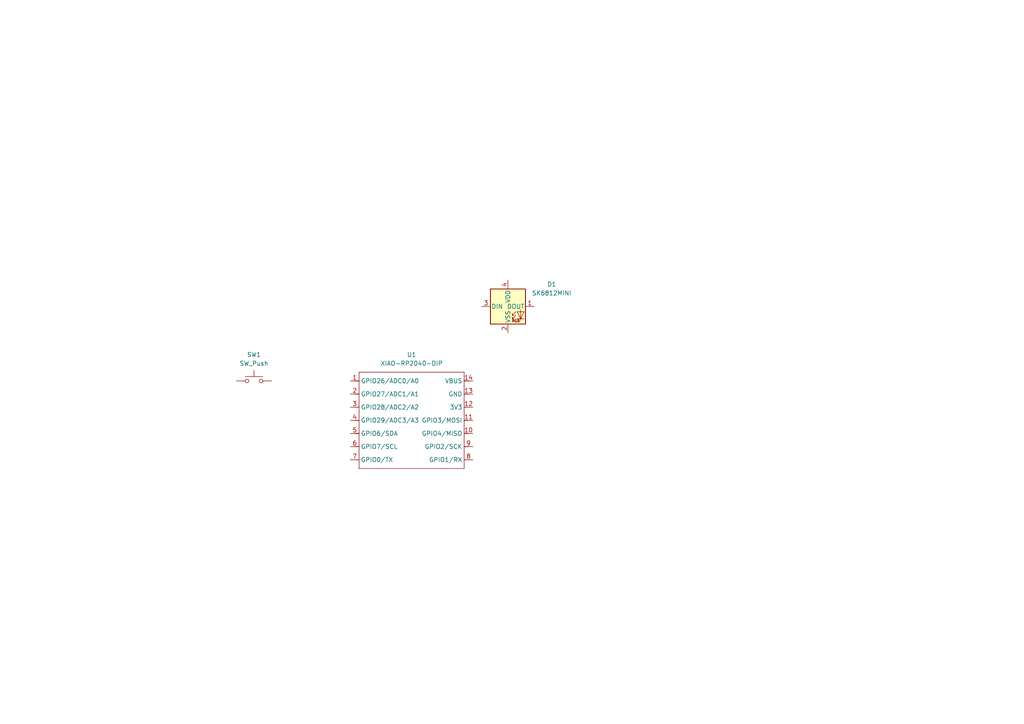
<source format=kicad_sch>
(kicad_sch (version 20250114) (generator "eeschema") (generator_version "9.0")
  (paper "A4")
  (lib_symbols
    (symbol "LED:SK6812MINI" (pin_names (offset 0.254))
      (property "Reference" "D" (at 5.08 5.715 0))
      (property "Value" "SK6812MINI" (at 1.27 -5.715 0))
      (symbol "SK6812MINI_0_0"
        (text "RGB" (at 2.286 -4.191 0) (effects (font (size 0.762 0.762))))
      )
      (symbol "SK6812MINI_0_1"
        (polyline (pts (xy 1.27 -2.54) (xy 1.778 -2.54)))
        (polyline (pts (xy 1.27 -3.556) (xy 1.778 -3.556)))
        (polyline (pts (xy 2.286 -1.524) (xy 1.27 -2.54) (xy 1.27 -2.032)))
        (polyline (pts (xy 2.286 -2.54) (xy 1.27 -3.556) (xy 1.27 -3.048)))
        (polyline (pts (xy 3.683 -1.016) (xy 3.683 -3.556) (xy 3.683 -4.064)))
        (polyline (pts (xy 4.699 -1.524) (xy 2.667 -1.524) (xy 3.683 -3.556) (xy 4.699 -1.524)))
        (polyline (pts (xy 4.699 -3.556) (xy 2.667 -3.556)))
        (rectangle (start 5.08 5.08) (end -5.08 -5.08) (stroke (width 0.254)) (fill (type background)))
      )
      (symbol "SK6812MINI_1_1"
        (pin input line (at -7.62 0 0) (length 2.54) (name "DIN") (number "3"))
        (pin power_in line (at 0 7.62 270) (length 2.54) (name "VDD") (number "4"))
        (pin power_in line (at 0 -7.62 90) (length 2.54) (name "VSS") (number "2"))
        (pin output line (at 7.62 0 180) (length 2.54) (name "DOUT") (number "1"))
      )
    )
    (symbol "OPL:XIAO-RP2040-DIP"
      (property "Reference" "U" (at 0 0 0))
      (property "Value" "XIAO-RP2040-DIP" (at 5.334 -1.778 0))
      (symbol "XIAO-RP2040-DIP_1_0"
        (polyline (pts (xy -1.27 -2.54) (xy 29.21 -2.54)) (stroke (width 0.1524)))
        (polyline (pts (xy -1.27 -5.08) (xy -2.54 -5.08)) (stroke (width 0.1524)))
        (polyline (pts (xy -1.27 -5.08) (xy -1.27 -2.54)) (stroke (width 0.1524)))
        (polyline (pts (xy -1.27 -8.89) (xy -2.54 -8.89)) (stroke (width 0.1524)))
        (polyline (pts (xy -1.27 -8.89) (xy -1.27 -5.08)) (stroke (width 0.1524)))
        (polyline (pts (xy -1.27 -12.7) (xy -2.54 -12.7)) (stroke (width 0.1524)))
        (polyline (pts (xy -1.27 -12.7) (xy -1.27 -8.89)) (stroke (width 0.1524)))
        (polyline (pts (xy -1.27 -16.51) (xy -2.54 -16.51)) (stroke (width 0.1524)))
        (polyline (pts (xy -1.27 -16.51) (xy -1.27 -12.7)) (stroke (width 0.1524)))
        (polyline (pts (xy -1.27 -20.32) (xy -2.54 -20.32)) (stroke (width 0.1524)))
        (polyline (pts (xy -1.27 -24.13) (xy -2.54 -24.13)) (stroke (width 0.1524)))
        (polyline (pts (xy -1.27 -27.94) (xy -2.54 -27.94)) (stroke (width 0.1524)))
        (polyline (pts (xy -1.27 -30.48) (xy -1.27 -16.51)) (stroke (width 0.1524)))
        (polyline (pts (xy 29.21 -2.54) (xy 29.21 -5.08)) (stroke (width 0.1524)))
        (polyline (pts (xy 29.21 -5.08) (xy 29.21 -8.89)) (stroke (width 0.1524)))
        (polyline (pts (xy 29.21 -8.89) (xy 29.21 -12.7)) (stroke (width 0.1524)))
        (polyline (pts (xy 29.21 -12.7) (xy 29.21 -30.48)) (stroke (width 0.1524)))
        (polyline (pts (xy 29.21 -30.48) (xy -1.27 -30.48)) (stroke (width 0.1524)))
        (polyline (pts (xy 30.48 -5.08) (xy 29.21 -5.08)) (stroke (width 0.1524)))
        (polyline (pts (xy 30.48 -8.89) (xy 29.21 -8.89)) (stroke (width 0.1524)))
        (polyline (pts (xy 30.48 -12.7) (xy 29.21 -12.7)) (stroke (width 0.1524)))
        (polyline (pts (xy 30.48 -16.51) (xy 29.21 -16.51)) (stroke (width 0.1524)))
        (polyline (pts (xy 30.48 -20.32) (xy 29.21 -20.32)) (stroke (width 0.1524)))
        (polyline (pts (xy 30.48 -24.13) (xy 29.21 -24.13)) (stroke (width 0.1524)))
        (polyline (pts (xy 30.48 -27.94) (xy 29.21 -27.94)) (stroke (width 0.1524)))
        (pin passive line (at -3.81 -5.08 0) (length 2.54) (name "GPIO26/ADC0/A0") (number "1"))
        (pin passive line (at -3.81 -8.89 0) (length 2.54) (name "GPIO27/ADC1/A1") (number "2"))
        (pin passive line (at -3.81 -12.7 0) (length 2.54) (name "GPIO28/ADC2/A2") (number "3"))
        (pin passive line (at -3.81 -16.51 0) (length 2.54) (name "GPIO29/ADC3/A3") (number "4"))
        (pin passive line (at -3.81 -20.32 0) (length 2.54) (name "GPIO6/SDA") (number "5"))
        (pin passive line (at -3.81 -24.13 0) (length 2.54) (name "GPIO7/SCL") (number "6"))
        (pin passive line (at -3.81 -27.94 0) (length 2.54) (name "GPIO0/TX") (number "7"))
        (pin passive line (at 31.75 -5.08 180) (length 2.54) (name "VBUS") (number "14"))
        (pin passive line (at 31.75 -8.89 180) (length 2.54) (name "GND") (number "13"))
        (pin passive line (at 31.75 -12.7 180) (length 2.54) (name "3V3") (number "12"))
        (pin passive line (at 31.75 -16.51 180) (length 2.54) (name "GPIO3/MOSI") (number "11"))
        (pin passive line (at 31.75 -20.32 180) (length 2.54) (name "GPIO4/MISO") (number "10"))
        (pin passive line (at 31.75 -24.13 180) (length 2.54) (name "GPIO2/SCK") (number "9"))
        (pin passive line (at 31.75 -27.94 180) (length 2.54) (name "GPIO1/RX") (number "8"))
      )
    )
    (symbol "Switch:SW_Push" (pin_numbers (hide yes)) (pin_names (offset 1.016) (hide yes))
      (property "Reference" "SW" (at 1.27 2.54 0))
      (property "Value" "SW_Push" (at 0 -1.524 0))
      (symbol "SW_Push_0_1"
        (circle (center -2.032 0) (radius 0.508))
        (polyline (pts (xy 0 1.27) (xy 0 3.048)))
        (circle (center 2.032 0) (radius 0.508))
        (polyline (pts (xy 2.54 1.27) (xy -2.54 1.27)))
        (pin passive line (at -5.08 0 0) (length 2.54) (name "1") (number "1"))
        (pin passive line (at 5.08 0 180) (length 2.54) (name "2") (number "2"))
      )
    )
  )
  (symbol (lib_id "OPL:XIAO-RP2040-DIP") (at 105.41 105.41 0) (unit 1)
    (property "Reference" "U1" (at 119.38 102.87 0))
    (property "Value" "XIAO-RP2040-DIP" (at 119.38 105.41 0))
    (property "Footprint" "Module:MOUDLE14P-XIAO-DIP-SMD" (effects (hide yes)))
  )
  (symbol (lib_id "Switch:SW_Push") (at 73.66 110.49 0) (unit 1)
    (property "Reference" "SW1" (at 73.66 102.87 0))
    (property "Value" "SW_Push" (at 73.66 105.41 0))
    (property "Description" "Push button switch, generic, two pins" (effects (hide yes)))
  )
  (symbol (lib_id "LED:SK6812MINI") (at 147.32 88.9 0) (unit 1)
    (property "Reference" "D1" (at 160.02 82.4798 0))
    (property "Value" "SK6812MINI" (at 160.02 85.0198 0))
    (property "Footprint" "LED_SMD:LED_SK6812MINI_PLCC4_3.5x3.5mm_P1.75mm" (effects (hide yes)))
    (property "Datasheet" "https://cdn-shop.adafruit.com/product-files/2686/SK6812MINI_REV.01-1-2.pdf" (effects (hide yes)))
    (property "Description" "RGB LED with integrated controller" (effects (hide yes)))
  )
)
</source>
